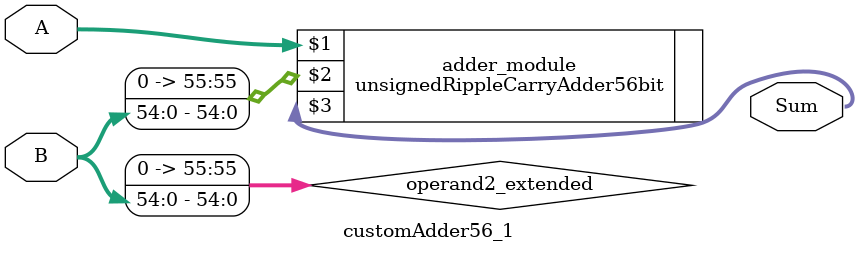
<source format=v>
module customAdder56_1(
                        input [55 : 0] A,
                        input [54 : 0] B,
                        
                        output [56 : 0] Sum
                );

        wire [55 : 0] operand2_extended;
        
        assign operand2_extended =  {1'b0, B};
        
        unsignedRippleCarryAdder56bit adder_module(
            A,
            operand2_extended,
            Sum
        );
        
        endmodule
        
</source>
